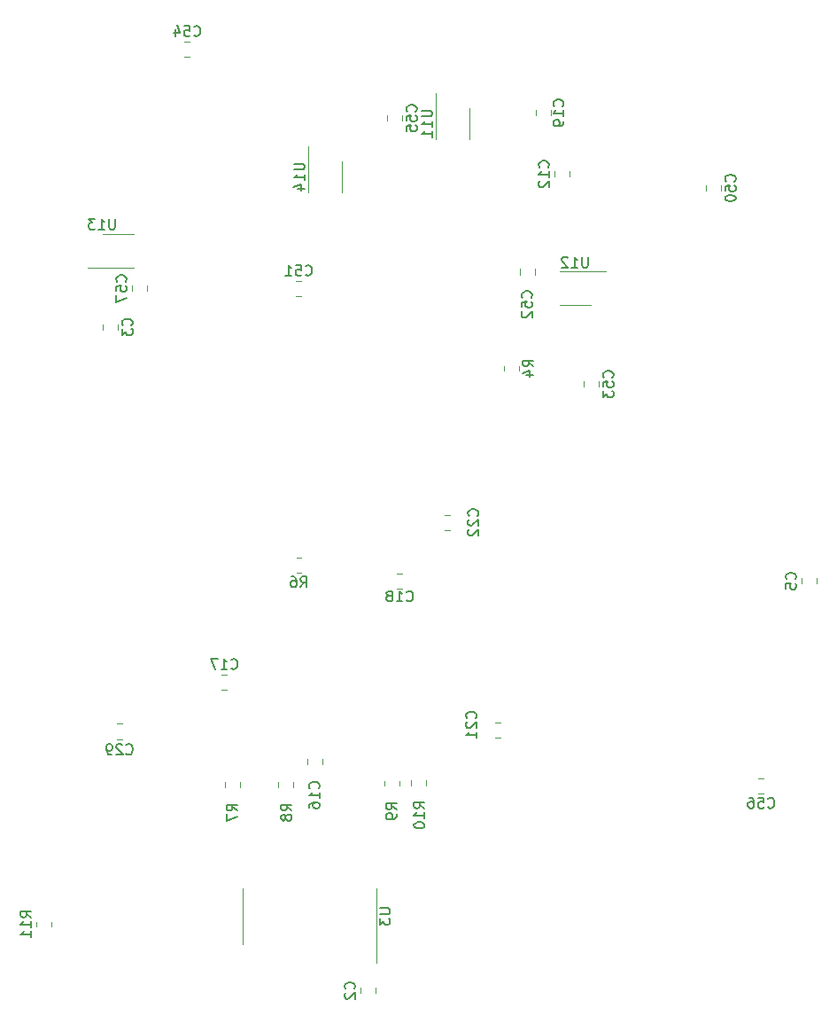
<source format=gbr>
%TF.GenerationSoftware,KiCad,Pcbnew,(5.1.9)-1*%
%TF.CreationDate,2021-11-07T13:29:39-05:00*%
%TF.ProjectId,main,6d61696e-2e6b-4696-9361-645f70636258,rev?*%
%TF.SameCoordinates,Original*%
%TF.FileFunction,Legend,Bot*%
%TF.FilePolarity,Positive*%
%FSLAX46Y46*%
G04 Gerber Fmt 4.6, Leading zero omitted, Abs format (unit mm)*
G04 Created by KiCad (PCBNEW (5.1.9)-1) date 2021-11-07 13:29:39*
%MOMM*%
%LPD*%
G01*
G04 APERTURE LIST*
%ADD10C,0.120000*%
%ADD11C,0.150000*%
G04 APERTURE END LIST*
D10*
%TO.C,C57*%
X41429000Y-50030748D02*
X41429000Y-50553252D01*
X42899000Y-50030748D02*
X42899000Y-50553252D01*
%TO.C,C56*%
X101338748Y-98525000D02*
X101861252Y-98525000D01*
X101338748Y-97055000D02*
X101861252Y-97055000D01*
%TO.C,C55*%
X67283000Y-34297252D02*
X67283000Y-33774748D01*
X65813000Y-34297252D02*
X65813000Y-33774748D01*
%TO.C,C54*%
X46997252Y-26697000D02*
X46474748Y-26697000D01*
X46997252Y-28167000D02*
X46474748Y-28167000D01*
%TO.C,C53*%
X86079000Y-59697252D02*
X86079000Y-59174748D01*
X84609000Y-59697252D02*
X84609000Y-59174748D01*
%TO.C,C52*%
X79983000Y-48963252D02*
X79983000Y-48440748D01*
X78513000Y-48963252D02*
X78513000Y-48440748D01*
%TO.C,C51*%
X57665252Y-49557000D02*
X57142748Y-49557000D01*
X57665252Y-51027000D02*
X57142748Y-51027000D01*
%TO.C,C50*%
X97763000Y-40967252D02*
X97763000Y-40444748D01*
X96293000Y-40967252D02*
X96293000Y-40444748D01*
%TO.C,C12*%
X83285000Y-39108748D02*
X83285000Y-39631252D01*
X81815000Y-39108748D02*
X81815000Y-39631252D01*
%TO.C,C5*%
X106907000Y-77970748D02*
X106907000Y-78493252D01*
X105437000Y-77970748D02*
X105437000Y-78493252D01*
%TO.C,R11*%
X33755000Y-110770936D02*
X33755000Y-111225064D01*
X32285000Y-110770936D02*
X32285000Y-111225064D01*
%TO.C,R10*%
X69569000Y-97285436D02*
X69569000Y-97739564D01*
X68099000Y-97285436D02*
X68099000Y-97739564D01*
%TO.C,R9*%
X65559000Y-97763064D02*
X65559000Y-97308936D01*
X67029000Y-97763064D02*
X67029000Y-97308936D01*
%TO.C,R8*%
X55399000Y-97890064D02*
X55399000Y-97435936D01*
X56869000Y-97890064D02*
X56869000Y-97435936D01*
%TO.C,R7*%
X50319000Y-97890064D02*
X50319000Y-97435936D01*
X51789000Y-97890064D02*
X51789000Y-97435936D01*
%TO.C,U14*%
X58334000Y-39624000D02*
X58334000Y-36699000D01*
X58334000Y-39624000D02*
X58334000Y-41124000D01*
X61554000Y-39624000D02*
X61554000Y-38124000D01*
X61554000Y-39624000D02*
X61554000Y-41124000D01*
%TO.C,U13*%
X40132000Y-48346000D02*
X37207000Y-48346000D01*
X40132000Y-48346000D02*
X41632000Y-48346000D01*
X40132000Y-45126000D02*
X38632000Y-45126000D01*
X40132000Y-45126000D02*
X41632000Y-45126000D01*
%TO.C,U12*%
X83820000Y-48682000D02*
X86745000Y-48682000D01*
X83820000Y-48682000D02*
X82320000Y-48682000D01*
X83820000Y-51902000D02*
X85320000Y-51902000D01*
X83820000Y-51902000D02*
X82320000Y-51902000D01*
%TO.C,U11*%
X70526000Y-34544000D02*
X70526000Y-31619000D01*
X70526000Y-34544000D02*
X70526000Y-36044000D01*
X73746000Y-34544000D02*
X73746000Y-33044000D01*
X73746000Y-34544000D02*
X73746000Y-36044000D01*
%TO.C,R6*%
X57176936Y-75973000D02*
X57631064Y-75973000D01*
X57176936Y-77443000D02*
X57631064Y-77443000D01*
%TO.C,R4*%
X76989000Y-58139064D02*
X76989000Y-57684936D01*
X78459000Y-58139064D02*
X78459000Y-57684936D01*
%TO.C,U3*%
X64830000Y-110236000D02*
X64830000Y-114686000D01*
X64830000Y-110236000D02*
X64830000Y-107586000D01*
X52010000Y-110236000D02*
X52010000Y-112886000D01*
X52010000Y-110236000D02*
X52010000Y-107586000D01*
%TO.C,C3*%
X38635000Y-54236252D02*
X38635000Y-53713748D01*
X40105000Y-54236252D02*
X40105000Y-53713748D01*
%TO.C,C2*%
X64743000Y-117086748D02*
X64743000Y-117609252D01*
X63273000Y-117086748D02*
X63273000Y-117609252D01*
%TO.C,C29*%
X39997748Y-93318000D02*
X40520252Y-93318000D01*
X39997748Y-91848000D02*
X40520252Y-91848000D01*
%TO.C,C22*%
X71366748Y-73379000D02*
X71889252Y-73379000D01*
X71366748Y-71909000D02*
X71889252Y-71909000D01*
%TO.C,C21*%
X76715252Y-91721000D02*
X76192748Y-91721000D01*
X76715252Y-93191000D02*
X76192748Y-93191000D01*
%TO.C,C19*%
X80037000Y-33266748D02*
X80037000Y-33789252D01*
X81507000Y-33266748D02*
X81507000Y-33789252D01*
%TO.C,C18*%
X66794748Y-78967000D02*
X67317252Y-78967000D01*
X66794748Y-77497000D02*
X67317252Y-77497000D01*
%TO.C,C17*%
X50553252Y-87149000D02*
X50030748Y-87149000D01*
X50553252Y-88619000D02*
X50030748Y-88619000D01*
%TO.C,C16*%
X59663000Y-95765252D02*
X59663000Y-95242748D01*
X58193000Y-95765252D02*
X58193000Y-95242748D01*
%TO.C,C57*%
D11*
X40841142Y-49649142D02*
X40888761Y-49601523D01*
X40936380Y-49458666D01*
X40936380Y-49363428D01*
X40888761Y-49220571D01*
X40793523Y-49125333D01*
X40698285Y-49077714D01*
X40507809Y-49030095D01*
X40364952Y-49030095D01*
X40174476Y-49077714D01*
X40079238Y-49125333D01*
X39984000Y-49220571D01*
X39936380Y-49363428D01*
X39936380Y-49458666D01*
X39984000Y-49601523D01*
X40031619Y-49649142D01*
X39936380Y-50553904D02*
X39936380Y-50077714D01*
X40412571Y-50030095D01*
X40364952Y-50077714D01*
X40317333Y-50172952D01*
X40317333Y-50411047D01*
X40364952Y-50506285D01*
X40412571Y-50553904D01*
X40507809Y-50601523D01*
X40745904Y-50601523D01*
X40841142Y-50553904D01*
X40888761Y-50506285D01*
X40936380Y-50411047D01*
X40936380Y-50172952D01*
X40888761Y-50077714D01*
X40841142Y-50030095D01*
X39936380Y-50934857D02*
X39936380Y-51601523D01*
X40936380Y-51172952D01*
%TO.C,C56*%
X102242857Y-99827142D02*
X102290476Y-99874761D01*
X102433333Y-99922380D01*
X102528571Y-99922380D01*
X102671428Y-99874761D01*
X102766666Y-99779523D01*
X102814285Y-99684285D01*
X102861904Y-99493809D01*
X102861904Y-99350952D01*
X102814285Y-99160476D01*
X102766666Y-99065238D01*
X102671428Y-98970000D01*
X102528571Y-98922380D01*
X102433333Y-98922380D01*
X102290476Y-98970000D01*
X102242857Y-99017619D01*
X101338095Y-98922380D02*
X101814285Y-98922380D01*
X101861904Y-99398571D01*
X101814285Y-99350952D01*
X101719047Y-99303333D01*
X101480952Y-99303333D01*
X101385714Y-99350952D01*
X101338095Y-99398571D01*
X101290476Y-99493809D01*
X101290476Y-99731904D01*
X101338095Y-99827142D01*
X101385714Y-99874761D01*
X101480952Y-99922380D01*
X101719047Y-99922380D01*
X101814285Y-99874761D01*
X101861904Y-99827142D01*
X100433333Y-98922380D02*
X100623809Y-98922380D01*
X100719047Y-98970000D01*
X100766666Y-99017619D01*
X100861904Y-99160476D01*
X100909523Y-99350952D01*
X100909523Y-99731904D01*
X100861904Y-99827142D01*
X100814285Y-99874761D01*
X100719047Y-99922380D01*
X100528571Y-99922380D01*
X100433333Y-99874761D01*
X100385714Y-99827142D01*
X100338095Y-99731904D01*
X100338095Y-99493809D01*
X100385714Y-99398571D01*
X100433333Y-99350952D01*
X100528571Y-99303333D01*
X100719047Y-99303333D01*
X100814285Y-99350952D01*
X100861904Y-99398571D01*
X100909523Y-99493809D01*
%TO.C,C55*%
X68585142Y-33393142D02*
X68632761Y-33345523D01*
X68680380Y-33202666D01*
X68680380Y-33107428D01*
X68632761Y-32964571D01*
X68537523Y-32869333D01*
X68442285Y-32821714D01*
X68251809Y-32774095D01*
X68108952Y-32774095D01*
X67918476Y-32821714D01*
X67823238Y-32869333D01*
X67728000Y-32964571D01*
X67680380Y-33107428D01*
X67680380Y-33202666D01*
X67728000Y-33345523D01*
X67775619Y-33393142D01*
X67680380Y-34297904D02*
X67680380Y-33821714D01*
X68156571Y-33774095D01*
X68108952Y-33821714D01*
X68061333Y-33916952D01*
X68061333Y-34155047D01*
X68108952Y-34250285D01*
X68156571Y-34297904D01*
X68251809Y-34345523D01*
X68489904Y-34345523D01*
X68585142Y-34297904D01*
X68632761Y-34250285D01*
X68680380Y-34155047D01*
X68680380Y-33916952D01*
X68632761Y-33821714D01*
X68585142Y-33774095D01*
X67680380Y-35250285D02*
X67680380Y-34774095D01*
X68156571Y-34726476D01*
X68108952Y-34774095D01*
X68061333Y-34869333D01*
X68061333Y-35107428D01*
X68108952Y-35202666D01*
X68156571Y-35250285D01*
X68251809Y-35297904D01*
X68489904Y-35297904D01*
X68585142Y-35250285D01*
X68632761Y-35202666D01*
X68680380Y-35107428D01*
X68680380Y-34869333D01*
X68632761Y-34774095D01*
X68585142Y-34726476D01*
%TO.C,C54*%
X47378857Y-26109142D02*
X47426476Y-26156761D01*
X47569333Y-26204380D01*
X47664571Y-26204380D01*
X47807428Y-26156761D01*
X47902666Y-26061523D01*
X47950285Y-25966285D01*
X47997904Y-25775809D01*
X47997904Y-25632952D01*
X47950285Y-25442476D01*
X47902666Y-25347238D01*
X47807428Y-25252000D01*
X47664571Y-25204380D01*
X47569333Y-25204380D01*
X47426476Y-25252000D01*
X47378857Y-25299619D01*
X46474095Y-25204380D02*
X46950285Y-25204380D01*
X46997904Y-25680571D01*
X46950285Y-25632952D01*
X46855047Y-25585333D01*
X46616952Y-25585333D01*
X46521714Y-25632952D01*
X46474095Y-25680571D01*
X46426476Y-25775809D01*
X46426476Y-26013904D01*
X46474095Y-26109142D01*
X46521714Y-26156761D01*
X46616952Y-26204380D01*
X46855047Y-26204380D01*
X46950285Y-26156761D01*
X46997904Y-26109142D01*
X45569333Y-25537714D02*
X45569333Y-26204380D01*
X45807428Y-25156761D02*
X46045523Y-25871047D01*
X45426476Y-25871047D01*
%TO.C,C53*%
X87381142Y-58793142D02*
X87428761Y-58745523D01*
X87476380Y-58602666D01*
X87476380Y-58507428D01*
X87428761Y-58364571D01*
X87333523Y-58269333D01*
X87238285Y-58221714D01*
X87047809Y-58174095D01*
X86904952Y-58174095D01*
X86714476Y-58221714D01*
X86619238Y-58269333D01*
X86524000Y-58364571D01*
X86476380Y-58507428D01*
X86476380Y-58602666D01*
X86524000Y-58745523D01*
X86571619Y-58793142D01*
X86476380Y-59697904D02*
X86476380Y-59221714D01*
X86952571Y-59174095D01*
X86904952Y-59221714D01*
X86857333Y-59316952D01*
X86857333Y-59555047D01*
X86904952Y-59650285D01*
X86952571Y-59697904D01*
X87047809Y-59745523D01*
X87285904Y-59745523D01*
X87381142Y-59697904D01*
X87428761Y-59650285D01*
X87476380Y-59555047D01*
X87476380Y-59316952D01*
X87428761Y-59221714D01*
X87381142Y-59174095D01*
X86476380Y-60078857D02*
X86476380Y-60697904D01*
X86857333Y-60364571D01*
X86857333Y-60507428D01*
X86904952Y-60602666D01*
X86952571Y-60650285D01*
X87047809Y-60697904D01*
X87285904Y-60697904D01*
X87381142Y-60650285D01*
X87428761Y-60602666D01*
X87476380Y-60507428D01*
X87476380Y-60221714D01*
X87428761Y-60126476D01*
X87381142Y-60078857D01*
%TO.C,C52*%
X79605142Y-51173142D02*
X79652761Y-51125523D01*
X79700380Y-50982666D01*
X79700380Y-50887428D01*
X79652761Y-50744571D01*
X79557523Y-50649333D01*
X79462285Y-50601714D01*
X79271809Y-50554095D01*
X79128952Y-50554095D01*
X78938476Y-50601714D01*
X78843238Y-50649333D01*
X78748000Y-50744571D01*
X78700380Y-50887428D01*
X78700380Y-50982666D01*
X78748000Y-51125523D01*
X78795619Y-51173142D01*
X78700380Y-52077904D02*
X78700380Y-51601714D01*
X79176571Y-51554095D01*
X79128952Y-51601714D01*
X79081333Y-51696952D01*
X79081333Y-51935047D01*
X79128952Y-52030285D01*
X79176571Y-52077904D01*
X79271809Y-52125523D01*
X79509904Y-52125523D01*
X79605142Y-52077904D01*
X79652761Y-52030285D01*
X79700380Y-51935047D01*
X79700380Y-51696952D01*
X79652761Y-51601714D01*
X79605142Y-51554095D01*
X78795619Y-52506476D02*
X78748000Y-52554095D01*
X78700380Y-52649333D01*
X78700380Y-52887428D01*
X78748000Y-52982666D01*
X78795619Y-53030285D01*
X78890857Y-53077904D01*
X78986095Y-53077904D01*
X79128952Y-53030285D01*
X79700380Y-52458857D01*
X79700380Y-53077904D01*
%TO.C,C51*%
X58046857Y-48969142D02*
X58094476Y-49016761D01*
X58237333Y-49064380D01*
X58332571Y-49064380D01*
X58475428Y-49016761D01*
X58570666Y-48921523D01*
X58618285Y-48826285D01*
X58665904Y-48635809D01*
X58665904Y-48492952D01*
X58618285Y-48302476D01*
X58570666Y-48207238D01*
X58475428Y-48112000D01*
X58332571Y-48064380D01*
X58237333Y-48064380D01*
X58094476Y-48112000D01*
X58046857Y-48159619D01*
X57142095Y-48064380D02*
X57618285Y-48064380D01*
X57665904Y-48540571D01*
X57618285Y-48492952D01*
X57523047Y-48445333D01*
X57284952Y-48445333D01*
X57189714Y-48492952D01*
X57142095Y-48540571D01*
X57094476Y-48635809D01*
X57094476Y-48873904D01*
X57142095Y-48969142D01*
X57189714Y-49016761D01*
X57284952Y-49064380D01*
X57523047Y-49064380D01*
X57618285Y-49016761D01*
X57665904Y-48969142D01*
X56142095Y-49064380D02*
X56713523Y-49064380D01*
X56427809Y-49064380D02*
X56427809Y-48064380D01*
X56523047Y-48207238D01*
X56618285Y-48302476D01*
X56713523Y-48350095D01*
%TO.C,C50*%
X99065142Y-40063142D02*
X99112761Y-40015523D01*
X99160380Y-39872666D01*
X99160380Y-39777428D01*
X99112761Y-39634571D01*
X99017523Y-39539333D01*
X98922285Y-39491714D01*
X98731809Y-39444095D01*
X98588952Y-39444095D01*
X98398476Y-39491714D01*
X98303238Y-39539333D01*
X98208000Y-39634571D01*
X98160380Y-39777428D01*
X98160380Y-39872666D01*
X98208000Y-40015523D01*
X98255619Y-40063142D01*
X98160380Y-40967904D02*
X98160380Y-40491714D01*
X98636571Y-40444095D01*
X98588952Y-40491714D01*
X98541333Y-40586952D01*
X98541333Y-40825047D01*
X98588952Y-40920285D01*
X98636571Y-40967904D01*
X98731809Y-41015523D01*
X98969904Y-41015523D01*
X99065142Y-40967904D01*
X99112761Y-40920285D01*
X99160380Y-40825047D01*
X99160380Y-40586952D01*
X99112761Y-40491714D01*
X99065142Y-40444095D01*
X98160380Y-41634571D02*
X98160380Y-41729809D01*
X98208000Y-41825047D01*
X98255619Y-41872666D01*
X98350857Y-41920285D01*
X98541333Y-41967904D01*
X98779428Y-41967904D01*
X98969904Y-41920285D01*
X99065142Y-41872666D01*
X99112761Y-41825047D01*
X99160380Y-41729809D01*
X99160380Y-41634571D01*
X99112761Y-41539333D01*
X99065142Y-41491714D01*
X98969904Y-41444095D01*
X98779428Y-41396476D01*
X98541333Y-41396476D01*
X98350857Y-41444095D01*
X98255619Y-41491714D01*
X98208000Y-41539333D01*
X98160380Y-41634571D01*
%TO.C,C12*%
X81227142Y-38727142D02*
X81274761Y-38679523D01*
X81322380Y-38536666D01*
X81322380Y-38441428D01*
X81274761Y-38298571D01*
X81179523Y-38203333D01*
X81084285Y-38155714D01*
X80893809Y-38108095D01*
X80750952Y-38108095D01*
X80560476Y-38155714D01*
X80465238Y-38203333D01*
X80370000Y-38298571D01*
X80322380Y-38441428D01*
X80322380Y-38536666D01*
X80370000Y-38679523D01*
X80417619Y-38727142D01*
X81322380Y-39679523D02*
X81322380Y-39108095D01*
X81322380Y-39393809D02*
X80322380Y-39393809D01*
X80465238Y-39298571D01*
X80560476Y-39203333D01*
X80608095Y-39108095D01*
X80417619Y-40060476D02*
X80370000Y-40108095D01*
X80322380Y-40203333D01*
X80322380Y-40441428D01*
X80370000Y-40536666D01*
X80417619Y-40584285D01*
X80512857Y-40631904D01*
X80608095Y-40631904D01*
X80750952Y-40584285D01*
X81322380Y-40012857D01*
X81322380Y-40631904D01*
%TO.C,C5*%
X104849142Y-78065333D02*
X104896761Y-78017714D01*
X104944380Y-77874857D01*
X104944380Y-77779619D01*
X104896761Y-77636761D01*
X104801523Y-77541523D01*
X104706285Y-77493904D01*
X104515809Y-77446285D01*
X104372952Y-77446285D01*
X104182476Y-77493904D01*
X104087238Y-77541523D01*
X103992000Y-77636761D01*
X103944380Y-77779619D01*
X103944380Y-77874857D01*
X103992000Y-78017714D01*
X104039619Y-78065333D01*
X103944380Y-78970095D02*
X103944380Y-78493904D01*
X104420571Y-78446285D01*
X104372952Y-78493904D01*
X104325333Y-78589142D01*
X104325333Y-78827238D01*
X104372952Y-78922476D01*
X104420571Y-78970095D01*
X104515809Y-79017714D01*
X104753904Y-79017714D01*
X104849142Y-78970095D01*
X104896761Y-78922476D01*
X104944380Y-78827238D01*
X104944380Y-78589142D01*
X104896761Y-78493904D01*
X104849142Y-78446285D01*
%TO.C,R11*%
X31822380Y-110355142D02*
X31346190Y-110021809D01*
X31822380Y-109783714D02*
X30822380Y-109783714D01*
X30822380Y-110164666D01*
X30870000Y-110259904D01*
X30917619Y-110307523D01*
X31012857Y-110355142D01*
X31155714Y-110355142D01*
X31250952Y-110307523D01*
X31298571Y-110259904D01*
X31346190Y-110164666D01*
X31346190Y-109783714D01*
X31822380Y-111307523D02*
X31822380Y-110736095D01*
X31822380Y-111021809D02*
X30822380Y-111021809D01*
X30965238Y-110926571D01*
X31060476Y-110831333D01*
X31108095Y-110736095D01*
X31822380Y-112259904D02*
X31822380Y-111688476D01*
X31822380Y-111974190D02*
X30822380Y-111974190D01*
X30965238Y-111878952D01*
X31060476Y-111783714D01*
X31108095Y-111688476D01*
%TO.C,R10*%
X69413380Y-99941142D02*
X68937190Y-99607809D01*
X69413380Y-99369714D02*
X68413380Y-99369714D01*
X68413380Y-99750666D01*
X68461000Y-99845904D01*
X68508619Y-99893523D01*
X68603857Y-99941142D01*
X68746714Y-99941142D01*
X68841952Y-99893523D01*
X68889571Y-99845904D01*
X68937190Y-99750666D01*
X68937190Y-99369714D01*
X69413380Y-100893523D02*
X69413380Y-100322095D01*
X69413380Y-100607809D02*
X68413380Y-100607809D01*
X68556238Y-100512571D01*
X68651476Y-100417333D01*
X68699095Y-100322095D01*
X68413380Y-101512571D02*
X68413380Y-101607809D01*
X68461000Y-101703047D01*
X68508619Y-101750666D01*
X68603857Y-101798285D01*
X68794333Y-101845904D01*
X69032428Y-101845904D01*
X69222904Y-101798285D01*
X69318142Y-101750666D01*
X69365761Y-101703047D01*
X69413380Y-101607809D01*
X69413380Y-101512571D01*
X69365761Y-101417333D01*
X69318142Y-101369714D01*
X69222904Y-101322095D01*
X69032428Y-101274476D01*
X68794333Y-101274476D01*
X68603857Y-101322095D01*
X68508619Y-101369714D01*
X68461000Y-101417333D01*
X68413380Y-101512571D01*
%TO.C,R9*%
X66746380Y-100036333D02*
X66270190Y-99703000D01*
X66746380Y-99464904D02*
X65746380Y-99464904D01*
X65746380Y-99845857D01*
X65794000Y-99941095D01*
X65841619Y-99988714D01*
X65936857Y-100036333D01*
X66079714Y-100036333D01*
X66174952Y-99988714D01*
X66222571Y-99941095D01*
X66270190Y-99845857D01*
X66270190Y-99464904D01*
X66746380Y-100512523D02*
X66746380Y-100703000D01*
X66698761Y-100798238D01*
X66651142Y-100845857D01*
X66508285Y-100941095D01*
X66317809Y-100988714D01*
X65936857Y-100988714D01*
X65841619Y-100941095D01*
X65794000Y-100893476D01*
X65746380Y-100798238D01*
X65746380Y-100607761D01*
X65794000Y-100512523D01*
X65841619Y-100464904D01*
X65936857Y-100417285D01*
X66174952Y-100417285D01*
X66270190Y-100464904D01*
X66317809Y-100512523D01*
X66365428Y-100607761D01*
X66365428Y-100798238D01*
X66317809Y-100893476D01*
X66270190Y-100941095D01*
X66174952Y-100988714D01*
%TO.C,R8*%
X56713380Y-100163333D02*
X56237190Y-99830000D01*
X56713380Y-99591904D02*
X55713380Y-99591904D01*
X55713380Y-99972857D01*
X55761000Y-100068095D01*
X55808619Y-100115714D01*
X55903857Y-100163333D01*
X56046714Y-100163333D01*
X56141952Y-100115714D01*
X56189571Y-100068095D01*
X56237190Y-99972857D01*
X56237190Y-99591904D01*
X56141952Y-100734761D02*
X56094333Y-100639523D01*
X56046714Y-100591904D01*
X55951476Y-100544285D01*
X55903857Y-100544285D01*
X55808619Y-100591904D01*
X55761000Y-100639523D01*
X55713380Y-100734761D01*
X55713380Y-100925238D01*
X55761000Y-101020476D01*
X55808619Y-101068095D01*
X55903857Y-101115714D01*
X55951476Y-101115714D01*
X56046714Y-101068095D01*
X56094333Y-101020476D01*
X56141952Y-100925238D01*
X56141952Y-100734761D01*
X56189571Y-100639523D01*
X56237190Y-100591904D01*
X56332428Y-100544285D01*
X56522904Y-100544285D01*
X56618142Y-100591904D01*
X56665761Y-100639523D01*
X56713380Y-100734761D01*
X56713380Y-100925238D01*
X56665761Y-101020476D01*
X56618142Y-101068095D01*
X56522904Y-101115714D01*
X56332428Y-101115714D01*
X56237190Y-101068095D01*
X56189571Y-101020476D01*
X56141952Y-100925238D01*
%TO.C,R7*%
X51506380Y-100163333D02*
X51030190Y-99830000D01*
X51506380Y-99591904D02*
X50506380Y-99591904D01*
X50506380Y-99972857D01*
X50554000Y-100068095D01*
X50601619Y-100115714D01*
X50696857Y-100163333D01*
X50839714Y-100163333D01*
X50934952Y-100115714D01*
X50982571Y-100068095D01*
X51030190Y-99972857D01*
X51030190Y-99591904D01*
X50506380Y-100496666D02*
X50506380Y-101163333D01*
X51506380Y-100734761D01*
%TO.C,U14*%
X56946380Y-38385904D02*
X57755904Y-38385904D01*
X57851142Y-38433523D01*
X57898761Y-38481142D01*
X57946380Y-38576380D01*
X57946380Y-38766857D01*
X57898761Y-38862095D01*
X57851142Y-38909714D01*
X57755904Y-38957333D01*
X56946380Y-38957333D01*
X57946380Y-39957333D02*
X57946380Y-39385904D01*
X57946380Y-39671619D02*
X56946380Y-39671619D01*
X57089238Y-39576380D01*
X57184476Y-39481142D01*
X57232095Y-39385904D01*
X57279714Y-40814476D02*
X57946380Y-40814476D01*
X56898761Y-40576380D02*
X57613047Y-40338285D01*
X57613047Y-40957333D01*
%TO.C,U13*%
X39846095Y-43648380D02*
X39846095Y-44457904D01*
X39798476Y-44553142D01*
X39750857Y-44600761D01*
X39655619Y-44648380D01*
X39465142Y-44648380D01*
X39369904Y-44600761D01*
X39322285Y-44553142D01*
X39274666Y-44457904D01*
X39274666Y-43648380D01*
X38274666Y-44648380D02*
X38846095Y-44648380D01*
X38560380Y-44648380D02*
X38560380Y-43648380D01*
X38655619Y-43791238D01*
X38750857Y-43886476D01*
X38846095Y-43934095D01*
X37941333Y-43648380D02*
X37322285Y-43648380D01*
X37655619Y-44029333D01*
X37512761Y-44029333D01*
X37417523Y-44076952D01*
X37369904Y-44124571D01*
X37322285Y-44219809D01*
X37322285Y-44457904D01*
X37369904Y-44553142D01*
X37417523Y-44600761D01*
X37512761Y-44648380D01*
X37798476Y-44648380D01*
X37893714Y-44600761D01*
X37941333Y-44553142D01*
%TO.C,U12*%
X85058095Y-47294380D02*
X85058095Y-48103904D01*
X85010476Y-48199142D01*
X84962857Y-48246761D01*
X84867619Y-48294380D01*
X84677142Y-48294380D01*
X84581904Y-48246761D01*
X84534285Y-48199142D01*
X84486666Y-48103904D01*
X84486666Y-47294380D01*
X83486666Y-48294380D02*
X84058095Y-48294380D01*
X83772380Y-48294380D02*
X83772380Y-47294380D01*
X83867619Y-47437238D01*
X83962857Y-47532476D01*
X84058095Y-47580095D01*
X83105714Y-47389619D02*
X83058095Y-47342000D01*
X82962857Y-47294380D01*
X82724761Y-47294380D01*
X82629523Y-47342000D01*
X82581904Y-47389619D01*
X82534285Y-47484857D01*
X82534285Y-47580095D01*
X82581904Y-47722952D01*
X83153333Y-48294380D01*
X82534285Y-48294380D01*
%TO.C,U11*%
X69138380Y-33305904D02*
X69947904Y-33305904D01*
X70043142Y-33353523D01*
X70090761Y-33401142D01*
X70138380Y-33496380D01*
X70138380Y-33686857D01*
X70090761Y-33782095D01*
X70043142Y-33829714D01*
X69947904Y-33877333D01*
X69138380Y-33877333D01*
X70138380Y-34877333D02*
X70138380Y-34305904D01*
X70138380Y-34591619D02*
X69138380Y-34591619D01*
X69281238Y-34496380D01*
X69376476Y-34401142D01*
X69424095Y-34305904D01*
X70138380Y-35829714D02*
X70138380Y-35258285D01*
X70138380Y-35544000D02*
X69138380Y-35544000D01*
X69281238Y-35448761D01*
X69376476Y-35353523D01*
X69424095Y-35258285D01*
%TO.C,R6*%
X57570666Y-78810380D02*
X57904000Y-78334190D01*
X58142095Y-78810380D02*
X58142095Y-77810380D01*
X57761142Y-77810380D01*
X57665904Y-77858000D01*
X57618285Y-77905619D01*
X57570666Y-78000857D01*
X57570666Y-78143714D01*
X57618285Y-78238952D01*
X57665904Y-78286571D01*
X57761142Y-78334190D01*
X58142095Y-78334190D01*
X56713523Y-77810380D02*
X56904000Y-77810380D01*
X56999238Y-77858000D01*
X57046857Y-77905619D01*
X57142095Y-78048476D01*
X57189714Y-78238952D01*
X57189714Y-78619904D01*
X57142095Y-78715142D01*
X57094476Y-78762761D01*
X56999238Y-78810380D01*
X56808761Y-78810380D01*
X56713523Y-78762761D01*
X56665904Y-78715142D01*
X56618285Y-78619904D01*
X56618285Y-78381809D01*
X56665904Y-78286571D01*
X56713523Y-78238952D01*
X56808761Y-78191333D01*
X56999238Y-78191333D01*
X57094476Y-78238952D01*
X57142095Y-78286571D01*
X57189714Y-78381809D01*
%TO.C,R4*%
X79826380Y-57745333D02*
X79350190Y-57412000D01*
X79826380Y-57173904D02*
X78826380Y-57173904D01*
X78826380Y-57554857D01*
X78874000Y-57650095D01*
X78921619Y-57697714D01*
X79016857Y-57745333D01*
X79159714Y-57745333D01*
X79254952Y-57697714D01*
X79302571Y-57650095D01*
X79350190Y-57554857D01*
X79350190Y-57173904D01*
X79159714Y-58602476D02*
X79826380Y-58602476D01*
X78778761Y-58364380D02*
X79493047Y-58126285D01*
X79493047Y-58745333D01*
%TO.C,U3*%
X65122380Y-109474095D02*
X65931904Y-109474095D01*
X66027142Y-109521714D01*
X66074761Y-109569333D01*
X66122380Y-109664571D01*
X66122380Y-109855047D01*
X66074761Y-109950285D01*
X66027142Y-109997904D01*
X65931904Y-110045523D01*
X65122380Y-110045523D01*
X65122380Y-110426476D02*
X65122380Y-111045523D01*
X65503333Y-110712190D01*
X65503333Y-110855047D01*
X65550952Y-110950285D01*
X65598571Y-110997904D01*
X65693809Y-111045523D01*
X65931904Y-111045523D01*
X66027142Y-110997904D01*
X66074761Y-110950285D01*
X66122380Y-110855047D01*
X66122380Y-110569333D01*
X66074761Y-110474095D01*
X66027142Y-110426476D01*
%TO.C,C3*%
X41407142Y-53808333D02*
X41454761Y-53760714D01*
X41502380Y-53617857D01*
X41502380Y-53522619D01*
X41454761Y-53379761D01*
X41359523Y-53284523D01*
X41264285Y-53236904D01*
X41073809Y-53189285D01*
X40930952Y-53189285D01*
X40740476Y-53236904D01*
X40645238Y-53284523D01*
X40550000Y-53379761D01*
X40502380Y-53522619D01*
X40502380Y-53617857D01*
X40550000Y-53760714D01*
X40597619Y-53808333D01*
X40502380Y-54141666D02*
X40502380Y-54760714D01*
X40883333Y-54427380D01*
X40883333Y-54570238D01*
X40930952Y-54665476D01*
X40978571Y-54713095D01*
X41073809Y-54760714D01*
X41311904Y-54760714D01*
X41407142Y-54713095D01*
X41454761Y-54665476D01*
X41502380Y-54570238D01*
X41502380Y-54284523D01*
X41454761Y-54189285D01*
X41407142Y-54141666D01*
%TO.C,C2*%
X62685142Y-117181333D02*
X62732761Y-117133714D01*
X62780380Y-116990857D01*
X62780380Y-116895619D01*
X62732761Y-116752761D01*
X62637523Y-116657523D01*
X62542285Y-116609904D01*
X62351809Y-116562285D01*
X62208952Y-116562285D01*
X62018476Y-116609904D01*
X61923238Y-116657523D01*
X61828000Y-116752761D01*
X61780380Y-116895619D01*
X61780380Y-116990857D01*
X61828000Y-117133714D01*
X61875619Y-117181333D01*
X61875619Y-117562285D02*
X61828000Y-117609904D01*
X61780380Y-117705142D01*
X61780380Y-117943238D01*
X61828000Y-118038476D01*
X61875619Y-118086095D01*
X61970857Y-118133714D01*
X62066095Y-118133714D01*
X62208952Y-118086095D01*
X62780380Y-117514666D01*
X62780380Y-118133714D01*
%TO.C,C29*%
X40901857Y-94718142D02*
X40949476Y-94765761D01*
X41092333Y-94813380D01*
X41187571Y-94813380D01*
X41330428Y-94765761D01*
X41425666Y-94670523D01*
X41473285Y-94575285D01*
X41520904Y-94384809D01*
X41520904Y-94241952D01*
X41473285Y-94051476D01*
X41425666Y-93956238D01*
X41330428Y-93861000D01*
X41187571Y-93813380D01*
X41092333Y-93813380D01*
X40949476Y-93861000D01*
X40901857Y-93908619D01*
X40520904Y-93908619D02*
X40473285Y-93861000D01*
X40378047Y-93813380D01*
X40139952Y-93813380D01*
X40044714Y-93861000D01*
X39997095Y-93908619D01*
X39949476Y-94003857D01*
X39949476Y-94099095D01*
X39997095Y-94241952D01*
X40568523Y-94813380D01*
X39949476Y-94813380D01*
X39473285Y-94813380D02*
X39282809Y-94813380D01*
X39187571Y-94765761D01*
X39139952Y-94718142D01*
X39044714Y-94575285D01*
X38997095Y-94384809D01*
X38997095Y-94003857D01*
X39044714Y-93908619D01*
X39092333Y-93861000D01*
X39187571Y-93813380D01*
X39378047Y-93813380D01*
X39473285Y-93861000D01*
X39520904Y-93908619D01*
X39568523Y-94003857D01*
X39568523Y-94241952D01*
X39520904Y-94337190D01*
X39473285Y-94384809D01*
X39378047Y-94432428D01*
X39187571Y-94432428D01*
X39092333Y-94384809D01*
X39044714Y-94337190D01*
X38997095Y-94241952D01*
%TO.C,C22*%
X74485142Y-72001142D02*
X74532761Y-71953523D01*
X74580380Y-71810666D01*
X74580380Y-71715428D01*
X74532761Y-71572571D01*
X74437523Y-71477333D01*
X74342285Y-71429714D01*
X74151809Y-71382095D01*
X74008952Y-71382095D01*
X73818476Y-71429714D01*
X73723238Y-71477333D01*
X73628000Y-71572571D01*
X73580380Y-71715428D01*
X73580380Y-71810666D01*
X73628000Y-71953523D01*
X73675619Y-72001142D01*
X73675619Y-72382095D02*
X73628000Y-72429714D01*
X73580380Y-72524952D01*
X73580380Y-72763047D01*
X73628000Y-72858285D01*
X73675619Y-72905904D01*
X73770857Y-72953523D01*
X73866095Y-72953523D01*
X74008952Y-72905904D01*
X74580380Y-72334476D01*
X74580380Y-72953523D01*
X73675619Y-73334476D02*
X73628000Y-73382095D01*
X73580380Y-73477333D01*
X73580380Y-73715428D01*
X73628000Y-73810666D01*
X73675619Y-73858285D01*
X73770857Y-73905904D01*
X73866095Y-73905904D01*
X74008952Y-73858285D01*
X74580380Y-73286857D01*
X74580380Y-73905904D01*
%TO.C,C21*%
X74311142Y-91313142D02*
X74358761Y-91265523D01*
X74406380Y-91122666D01*
X74406380Y-91027428D01*
X74358761Y-90884571D01*
X74263523Y-90789333D01*
X74168285Y-90741714D01*
X73977809Y-90694095D01*
X73834952Y-90694095D01*
X73644476Y-90741714D01*
X73549238Y-90789333D01*
X73454000Y-90884571D01*
X73406380Y-91027428D01*
X73406380Y-91122666D01*
X73454000Y-91265523D01*
X73501619Y-91313142D01*
X73501619Y-91694095D02*
X73454000Y-91741714D01*
X73406380Y-91836952D01*
X73406380Y-92075047D01*
X73454000Y-92170285D01*
X73501619Y-92217904D01*
X73596857Y-92265523D01*
X73692095Y-92265523D01*
X73834952Y-92217904D01*
X74406380Y-91646476D01*
X74406380Y-92265523D01*
X74406380Y-93217904D02*
X74406380Y-92646476D01*
X74406380Y-92932190D02*
X73406380Y-92932190D01*
X73549238Y-92836952D01*
X73644476Y-92741714D01*
X73692095Y-92646476D01*
%TO.C,C19*%
X82629142Y-32885142D02*
X82676761Y-32837523D01*
X82724380Y-32694666D01*
X82724380Y-32599428D01*
X82676761Y-32456571D01*
X82581523Y-32361333D01*
X82486285Y-32313714D01*
X82295809Y-32266095D01*
X82152952Y-32266095D01*
X81962476Y-32313714D01*
X81867238Y-32361333D01*
X81772000Y-32456571D01*
X81724380Y-32599428D01*
X81724380Y-32694666D01*
X81772000Y-32837523D01*
X81819619Y-32885142D01*
X82724380Y-33837523D02*
X82724380Y-33266095D01*
X82724380Y-33551809D02*
X81724380Y-33551809D01*
X81867238Y-33456571D01*
X81962476Y-33361333D01*
X82010095Y-33266095D01*
X82724380Y-34313714D02*
X82724380Y-34504190D01*
X82676761Y-34599428D01*
X82629142Y-34647047D01*
X82486285Y-34742285D01*
X82295809Y-34789904D01*
X81914857Y-34789904D01*
X81819619Y-34742285D01*
X81772000Y-34694666D01*
X81724380Y-34599428D01*
X81724380Y-34408952D01*
X81772000Y-34313714D01*
X81819619Y-34266095D01*
X81914857Y-34218476D01*
X82152952Y-34218476D01*
X82248190Y-34266095D01*
X82295809Y-34313714D01*
X82343428Y-34408952D01*
X82343428Y-34599428D01*
X82295809Y-34694666D01*
X82248190Y-34742285D01*
X82152952Y-34789904D01*
%TO.C,C18*%
X67698857Y-80089142D02*
X67746476Y-80136761D01*
X67889333Y-80184380D01*
X67984571Y-80184380D01*
X68127428Y-80136761D01*
X68222666Y-80041523D01*
X68270285Y-79946285D01*
X68317904Y-79755809D01*
X68317904Y-79612952D01*
X68270285Y-79422476D01*
X68222666Y-79327238D01*
X68127428Y-79232000D01*
X67984571Y-79184380D01*
X67889333Y-79184380D01*
X67746476Y-79232000D01*
X67698857Y-79279619D01*
X66746476Y-80184380D02*
X67317904Y-80184380D01*
X67032190Y-80184380D02*
X67032190Y-79184380D01*
X67127428Y-79327238D01*
X67222666Y-79422476D01*
X67317904Y-79470095D01*
X66175047Y-79612952D02*
X66270285Y-79565333D01*
X66317904Y-79517714D01*
X66365523Y-79422476D01*
X66365523Y-79374857D01*
X66317904Y-79279619D01*
X66270285Y-79232000D01*
X66175047Y-79184380D01*
X65984571Y-79184380D01*
X65889333Y-79232000D01*
X65841714Y-79279619D01*
X65794095Y-79374857D01*
X65794095Y-79422476D01*
X65841714Y-79517714D01*
X65889333Y-79565333D01*
X65984571Y-79612952D01*
X66175047Y-79612952D01*
X66270285Y-79660571D01*
X66317904Y-79708190D01*
X66365523Y-79803428D01*
X66365523Y-79993904D01*
X66317904Y-80089142D01*
X66270285Y-80136761D01*
X66175047Y-80184380D01*
X65984571Y-80184380D01*
X65889333Y-80136761D01*
X65841714Y-80089142D01*
X65794095Y-79993904D01*
X65794095Y-79803428D01*
X65841714Y-79708190D01*
X65889333Y-79660571D01*
X65984571Y-79612952D01*
%TO.C,C17*%
X50934857Y-86561142D02*
X50982476Y-86608761D01*
X51125333Y-86656380D01*
X51220571Y-86656380D01*
X51363428Y-86608761D01*
X51458666Y-86513523D01*
X51506285Y-86418285D01*
X51553904Y-86227809D01*
X51553904Y-86084952D01*
X51506285Y-85894476D01*
X51458666Y-85799238D01*
X51363428Y-85704000D01*
X51220571Y-85656380D01*
X51125333Y-85656380D01*
X50982476Y-85704000D01*
X50934857Y-85751619D01*
X49982476Y-86656380D02*
X50553904Y-86656380D01*
X50268190Y-86656380D02*
X50268190Y-85656380D01*
X50363428Y-85799238D01*
X50458666Y-85894476D01*
X50553904Y-85942095D01*
X49649142Y-85656380D02*
X48982476Y-85656380D01*
X49411047Y-86656380D01*
%TO.C,C16*%
X59285142Y-98036142D02*
X59332761Y-97988523D01*
X59380380Y-97845666D01*
X59380380Y-97750428D01*
X59332761Y-97607571D01*
X59237523Y-97512333D01*
X59142285Y-97464714D01*
X58951809Y-97417095D01*
X58808952Y-97417095D01*
X58618476Y-97464714D01*
X58523238Y-97512333D01*
X58428000Y-97607571D01*
X58380380Y-97750428D01*
X58380380Y-97845666D01*
X58428000Y-97988523D01*
X58475619Y-98036142D01*
X59380380Y-98988523D02*
X59380380Y-98417095D01*
X59380380Y-98702809D02*
X58380380Y-98702809D01*
X58523238Y-98607571D01*
X58618476Y-98512333D01*
X58666095Y-98417095D01*
X58380380Y-99845666D02*
X58380380Y-99655190D01*
X58428000Y-99559952D01*
X58475619Y-99512333D01*
X58618476Y-99417095D01*
X58808952Y-99369476D01*
X59189904Y-99369476D01*
X59285142Y-99417095D01*
X59332761Y-99464714D01*
X59380380Y-99559952D01*
X59380380Y-99750428D01*
X59332761Y-99845666D01*
X59285142Y-99893285D01*
X59189904Y-99940904D01*
X58951809Y-99940904D01*
X58856571Y-99893285D01*
X58808952Y-99845666D01*
X58761333Y-99750428D01*
X58761333Y-99559952D01*
X58808952Y-99464714D01*
X58856571Y-99417095D01*
X58951809Y-99369476D01*
%TD*%
M02*

</source>
